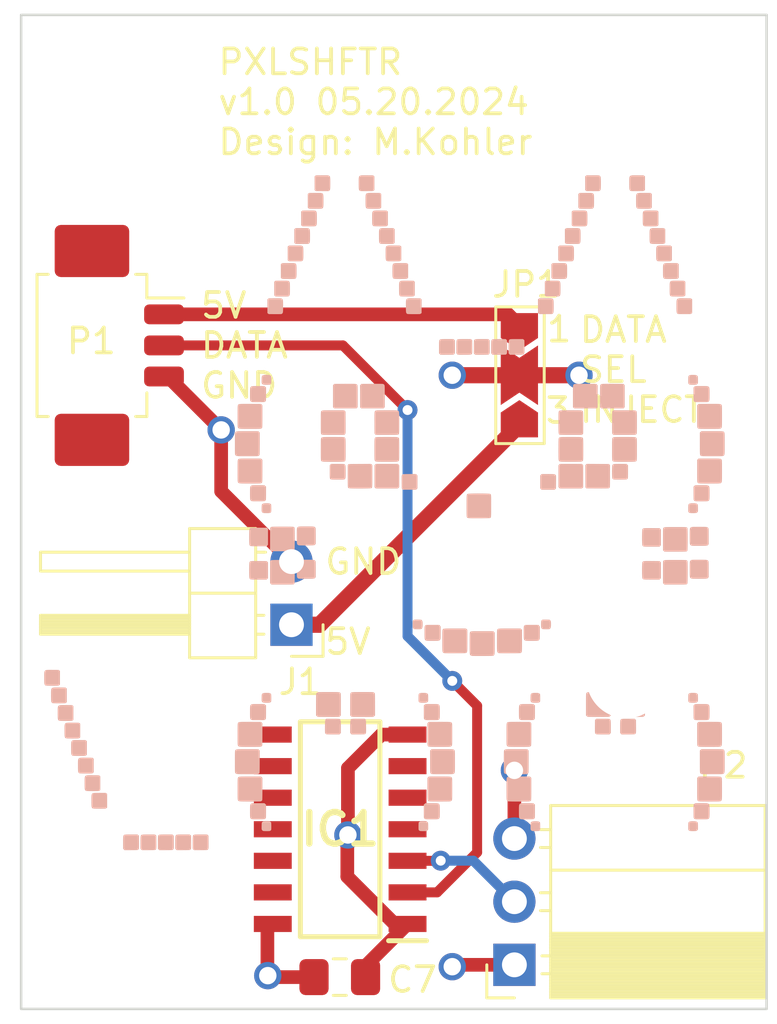
<source format=kicad_pcb>
(kicad_pcb (version 20221018) (generator pcbnew)
  (layers (0 "F.Cu" mixed) (1 "In1.Cu" mixed) (2 "In2.Cu" mixed) (31 "B.Cu" mixed) (34 "B.Paste" user) (35 "F.Paste" user) (36 "B.SilkS" user "B.Silkscreen") (37 "F.SilkS" user "F.Silkscreen") (38 "B.Mask" user) (39 "F.Mask" user) (44 "Edge.Cuts" user))
  (net 0 "")
  (net 2 "unconnected-(IC1-2A-Pad5)")
  (net 3 "/3V3_LED_01")
  (net 8 "unconnected-(IC1-4Y-Pad11)")
  (net 10 "unconnected-(IC1-4~{OE}-Pad13)")
  (net 11 "GND")
  (net 12 "+5V")
  (net 13 "/5V_LED_01")
  (net 14 "Net-(J1-Pin_1)")
  (net 15 "Net-(JP1-A)")
  (footprint "MountingHole:MountingHole_3.2mm_M3" (layer "F.Cu") (at 30.5 -5.7)
    (fp_text reference "H4" hide)
    (fp_text value "MountingHole")
    (pad "" np_thru_hole circle (at 0 0) (size 3.2 3.2) (drill 3.2) (layers "F&B.Cu" "*.Mask"))
  )
  (footprint "MountingHole:MountingHole_3.2mm_M3" (layer "F.Cu") (at 9.8 3.2)
    (fp_text reference "H3" hide)
    (fp_text value "MountingHole")
    (pad "" np_thru_hole circle (at 0 0) (size 3.2 3.2) (drill 3.2) (layers "F&B.Cu" "*.Mask"))
  )
  (footprint "KiCad:SOIC127P600X175-14N" (layer "F.Cu") (at 18.988 0.37 180)
    (fp_text reference "IC1" (at 0 0 180) (layer "F.SilkS") (effects (font (size 1.27 1.27) (thickness 0.254))))
    (fp_text value "SN74LV125ATDR" hide)
    (pad "1" smd rect (at -2.712 -3.81 270) (size 0.65 1.525) (layers "F.Cu" "F.Paste" "F.Mask") (net 11 "GND"))
    (pad "2" smd rect (at -2.712 -2.54 270) (size 0.65 1.525) (layers "F.Cu" "F.Paste" "F.Mask") (net 3 "/3V3_LED_01"))
    (pad "3" smd rect (at -2.712 -1.27 270) (size 0.65 1.525) (layers "F.Cu" "F.Paste" "F.Mask") (net 13 "/5V_LED_01"))
    (pad "4" smd rect (at -2.712 0 270) (size 0.65 1.525) (layers "F.Cu" "F.Paste" "F.Mask"))
    (pad "5" smd rect (at -2.712 1.27 270) (size 0.65 1.525) (layers "F.Cu" "F.Paste" "F.Mask") (net 2 "unconnected-(IC1-2A-Pad5)"))
    (pad "6" smd rect (at -2.712 2.54 270) (size 0.65 1.525) (layers "F.Cu" "F.Paste" "F.Mask"))
    (pad "7" smd rect (at -2.712 3.81 270) (size 0.65 1.525) (layers "F.Cu" "F.Paste" "F.Mask") (net 11 "GND"))
    (pad "8" smd rect (at 2.712 3.81 270) (size 0.65 1.525) (layers "F.Cu" "F.Paste" "F.Mask"))
    (pad "9" smd rect (at 2.712 2.54 270) (size 0.65 1.525) (layers "F.Cu" "F.Paste" "F.Mask"))
    (pad "10" smd rect (at 2.712 1.27 270) (size 0.65 1.525) (layers "F.Cu" "F.Paste" "F.Mask"))
    (pad "11" smd rect (at 2.712 0 270) (size 0.65 1.525) (layers "F.Cu" "F.Paste" "F.Mask") (net 8 "unconnected-(IC1-4Y-Pad11)"))
    (pad "12" smd rect (at 2.712 -1.27 270) (size 0.65 1.525) (layers "F.Cu" "F.Paste" "F.Mask"))
    (pad "13" smd rect (at 2.712 -2.54 270) (size 0.65 1.525) (layers "F.Cu" "F.Paste" "F.Mask") (net 10 "unconnected-(IC1-4~{OE}-Pad13)"))
    (pad "14" smd rect (at 2.712 -3.81 270) (size 0.65 1.525) (layers "F.Cu" "F.Paste" "F.Mask") (net 12 "+5V"))
  )
  (footprint "MountingHole:MountingHole_3.2mm_M3" (layer "F.Cu") (at 30.5 -28.9)
    (fp_text reference "H2" hide)
    (fp_text value "MountingHole")
    (pad "" np_thru_hole circle (at 0 0) (size 3.2 3.2) (drill 3.2) (layers "F&B.Cu" "*.Mask"))
  )
  (footprint "Connector_PinSocket_2.54mm:PinSocket_1x03_P2.54mm_Horizontal" (layer "F.Cu") (at 26 5.825 180)
    (fp_text reference "P2" (at -8.4 8.025 180) (layer "F.SilkS"))
    (fp_text value "LINK OUTPUT")
    (pad "1" thru_hole rect (at 0 0 180) (size 1.7 1.7) (drill 1) (layers "*.Cu" "*.Mask") (net 12 "+5V"))
    (pad "2" thru_hole oval (at 0 2.54 180) (size 1.7 1.7) (drill 1) (layers "*.Cu" "*.Mask") (net 13 "/5V_LED_01"))
    (pad "3" thru_hole oval (at 0 5.08 180) (size 1.7 1.7) (drill 1) (layers "*.Cu" "*.Mask") (net 11 "GND"))
  )
  (footprint "Connector_Molex:Molex_PicoBlade_53261-0371_1x03-1MP_P1.25mm_Horizontal" (layer "F.Cu") (at 9.5 -19.1 -90)
    (fp_text reference "P1" (at -0.175 0.525 -180) (layer "F.SilkS"))
    (fp_text value "MOLEX PICOBLADE 1.25")
    (pad "1" smd roundrect (at -1.25 -2.4 270) (size 0.8 1.6) (layers "F.Cu" "F.Paste" "F.Mask") (net 15 "Net-(JP1-A)"))
    (pad "2" smd roundrect (at 0 -2.4 270) (size 0.8 1.6) (layers "F.Cu" "F.Paste" "F.Mask") (net 3 "/3V3_LED_01"))
    (pad "3" smd roundrect (at 1.25 -2.4 270) (size 0.8 1.6) (layers "F.Cu" "F.Paste" "F.Mask") (net 11 "GND"))
    (pad "MP" smd roundrect (at -3.8 0.5 270) (size 2.1 3) (layers "F.Cu" "F.Paste" "F.Mask") (roundrect_rratio 0.1190480952))
    (pad "MP" smd roundrect (at 3.8 0.5 270) (size 2.1 3) (layers "F.Cu" "F.Paste" "F.Mask") (roundrect_rratio 0.1190480952))
  )
  (footprint "Jumper:SolderJumper-3_P2.0mm_Open_TrianglePad1.0x1.5mm_NumberLabels" (layer "F.Cu") (at 26.2 -17.9 -90)
    (fp_text reference "JP1" (at -3.65 -0.275) (layer "F.SilkS"))
    (fp_text value "PWR_SELECT")
    (fp_text user "1" (at -1.85 -1.6) (layer "F.SilkS"))
    (fp_text user "3" (at 1.425 -1.55) (layer "F.SilkS"))
    (pad "1" smd custom (at -2 0 270) (size 0.3 0.3) (layers "F.Cu" "F.Mask") (net 15 "Net-(JP1-A)") (options (clearance outline) (anchor rect)) (primitives (gr_poly (pts (xy 1 0) (xy 0.5 0.75) (xy -0.5 0.75) (xy -0.5 -0.75) (xy 0.5 -0.75)) (width 0) (fill yes))))
    (pad "2" smd custom (at 0 0 270) (size 0.3 0.3) (layers "F.Cu") (net 12 "+5V") (options (clearance outline) (anchor rect)) (primitives (gr_poly (pts (xy 0.7 0) (xy 1.2 0.75) (xy -1.2 0.75) (xy -0.7 0) (xy -1.2 -0.75) (xy 1.2 -0.75)) (width 0) (fill yes))))
    (pad "3" smd custom (at 2 0 90) (size 0.3 0.3) (layers "F.Cu" "F.Mask") (net 14 "Net-(J1-Pin_1)") (options (clearance outline) (anchor rect)) (primitives (gr_poly (pts (xy 1 0) (xy 0.5 0.75) (xy -0.5 0.75) (xy -0.5 -0.75) (xy 0.5 -0.75)) (width 0) (fill yes))))
  )
  (footprint "Capacitor_SMD:C_0805_2012Metric_Pad1.18x1.45mm_HandSolder" (layer "F.Cu") (at 18.9735 6.32)
    (fp_text reference "C7" (at 2.9275 0.105) (layer "F.SilkS"))
    (fp_text value "0.1uF")
    (pad "1" smd roundrect (at -1.0375 0) (size 1.175 1.45) (layers "F.Cu" "F.Paste" "F.Mask") (roundrect_rratio 0.2127659574) (net 12 "+5V"))
    (pad "2" smd roundrect (at 1.0375 0) (size 1.175 1.45) (layers "F.Cu" "F.Paste" "F.Mask") (roundrect_rratio 0.2127659574) (net 11 "GND"))
  )
  (footprint "Connector_PinHeader_2.54mm:PinHeader_1x02_P2.54mm_Horizontal" (layer "F.Cu") (at 17.03 -7.86 180)
    (fp_text reference "J1" (at -0.35 -2.3) (layer "F.SilkS"))
    (fp_text value "PWR_INJECT")
    (pad "1" thru_hole rect (at 0 0 180) (size 1.7 1.7) (drill 1) (layers "*.Cu" "*.Mask") (net 14 "Net-(J1-Pin_1)"))
    (pad "2" thru_hole oval (at 0 2.54 180) (size 1.7 1.7) (drill 1) (layers "*.Cu" "*.Mask") (net 11 "GND"))
  )
  (footprint "MountingHole:MountingHole_3.2mm_M3" (layer "F.Cu") (at 9.8 -28.9)
    (fp_text reference "H1" hide)
    (fp_text value "MountingHole")
    (pad "" np_thru_hole circle (at 0 0) (size 3.2 3.2) (drill 3.2) (layers "F&B.Cu" "*.Mask"))
  )
  (footprint "LOGO" (layer "B.Cu") (at 20.9 -13 180)
    (fp_text reference "G***" hide)
    (fp_text value "LOGO" hide)
  )
  (gr_rect (start 6.15 -32.4) (end 36.15 7.6) (stroke (width 0.1)) (fill none) (layer "Edge.Cuts"))
  (gr_text "GND\n\n5V\n" (at 18.3 -6.59) (layer "F.SilkS") (effects (font (size 1 1)) (justify left bottom)))
  (gr_text "PXLSHFTR\nv1.0 05.20.2024\nDesign: M.Kohler" (at 14 -26.7) (layer "F.SilkS") (effects (font (size 1 1)) (justify left bottom)))
  (gr_text "DATA\nSEL\nINJECT" (at 28.55 -15.925) (layer "F.SilkS") (effects (font (size 1 1)) (justify left bottom)))
  (gr_text "5V\nDATA\nGND" (at 13.3 -16.9) (layer "F.SilkS") (effects (font (size 1 1)) (justify left bottom)))
  (segment (start 21.73 -0.87) (end 21.7 -0.9) (width 0.25) (layer "F.Cu") (net 2))
  (segment (start 11.9 -19.1) (end 19.1 -19.1) (width 0.4) (layer "F.Cu") (net 3))
  (segment (start 24.5 -4.6) (end 24.5 1.3) (width 0.4) (layer "F.Cu") (net 3))
  (segment (start 19.1 -19.1) (end 21.7 -16.5) (width 0.4) (layer "F.Cu") (net 3))
  (segment (start 23.5 -5.6) (end 24.5 -4.6) (width 0.4) (layer "F.Cu") (net 3))
  (segment (start 24.5 1.3) (end 22.89 2.91) (width 0.4) (layer "F.Cu") (net 3))
  (segment (start 22.89 2.91) (end 21.7 2.91) (width 0.4) (layer "F.Cu") (net 3))
  (via (at 21.7 -16.5) (size 0.8) (drill 0.4) (layers "F.Cu" "B.Cu") (net 3))
  (via (at 23.5 -5.6) (size 0.8) (drill 0.4) (layers "F.Cu" "B.Cu") (net 3))
  (segment (start 21.7 -16.5) (end 21.7 -7.4) (width 0.4) (layer "B.Cu") (net 3))
  (segment (start 21.7 -7.4) (end 23.5 -5.6) (width 0.4) (layer "B.Cu") (net 3))
  (segment (start 16.276 0.37) (end 15.8385 0.37) (width 0.25) (layer "F.Cu") (net 8))
  (segment (start 16.7135 2.91) (end 16.276 2.91) (width 0.25) (layer "F.Cu") (net 10))
  (segment (start 17.03 -10.4) (end 17.18 -10.55) (width 0.25) (layer "F.Cu") (net 11))
  (segment (start 12.05 -17.85) (end 14.2 -15.7) (width 0.55) (layer "F.Cu") (net 11))
  (segment (start 19.276 0.435) (end 19.276 0.576) (width 0.25) (layer "F.Cu") (net 11))
  (segment (start 26 0.745) (end 26 -2) (width 0.55) (layer "F.Cu") (net 11))
  (segment (start 19.3 0.6) (end 19.276 0.624) (width 0.25) (layer "F.Cu") (net 11))
  (segment (start 19.276 0.624) (end 19.276 2.276) (width 0.55) (layer "F.Cu") (net 11))
  (segment (start 21.18 4.18) (end 21.7 4.18) (width 0.55) (layer "F.Cu") (net 11))
  (segment (start 20.011 6.32) (end 20.011 5.869) (width 0.25) (layer "F.Cu") (net 11))
  (segment (start 11.9 -17.85) (end 12.05 -17.85) (width 0.55) (layer "F.Cu") (net 11))
  (segment (start 19.301 -2.09) (end 19.301 0.41) (width 0.55) (layer "F.Cu") (net 11))
  (segment (start 20.011 5.869) (end 21.7 4.18) (width 0.55) (layer "F.Cu") (net 11))
  (segment (start 19.301 0.46) (end 19.276 0.435) (width 0.25) (layer "F.Cu") (net 11))
  (segment (start 14.2 -15.7) (end 14.2 -13.23) (width 0.55) (layer "F.Cu") (net 11))
  (segment (start 19.276 0.576) (end 19.3 0.6) (width 0.25) (layer "F.Cu") (net 11))
  (segment (start 19.276 2.276) (end 21.18 4.18) (width 0.55) (layer "F.Cu") (net 11))
  (segment (start 20.651 -3.44) (end 21.7 -3.44) (width 0.55) (layer "F.Cu") (net 11))
  (segment (start 14.2 -13.23) (end 17.03 -10.4) (width 0.55) (layer "F.Cu") (net 11))
  (segment (start 19.276 0.435) (end 19.301 0.41) (width 0.25) (layer "F.Cu") (net 11))
  (segment (start 20.651 -3.44) (end 19.301 -2.09) (width 0.55) (layer "F.Cu") (net 11))
  (via (at 14.2 -15.7) (size 1.1) (drill 0.7) (layers "F.Cu" "B.Cu") (net 11))
  (via (at 26 -2) (size 1.1) (drill 0.7) (layers "F.Cu" "B.Cu") (net 11))
  (via (at 19.3 0.6) (size 1.1) (drill 0.7) (layers "F.Cu" "B.Cu") (net 11))
  (segment (start 26.2 -17.9) (end 23.5 -17.9) (width 0.65) (layer "F.Cu") (net 12))
  (segment (start 16.061 4.395) (end 16.276 4.18) (width 0.55) (layer "F.Cu") (net 12))
  (segment (start 17.936 6.32) (end 17.936 5.84) (width 0.25) (layer "F.Cu") (net 12))
  (segment (start 26.2 -17.9) (end 28.6 -17.9) (width 0.65) (layer "F.Cu") (net 12))
  (segment (start 16.061 6.32) (end 16.076 6.335) (width 0.25) (layer "F.Cu") (net 12))
  (segment (start 17.936 6.32) (end 16.061 6.32) (width 0.55) (layer "F.Cu") (net 12))
  (segment (start 16.001 6.26) (end 16.026 6.285) (width 0.25) (layer "F.Cu") (net 12))
  (segment (start 16.076 6.26) (end 16.001 6.26) (width 0.25) (layer "F.Cu") (net 12))
  (segment (start 16.061 6.32) (end 16.061 4.395) (width 0.55) (layer "F.Cu") (net 12))
  (segment (start 23.575 5.825) (end 23.5 5.9) (width 0.55) (layer "F.Cu") (net 12))
  (segment (start 16.076 6.335) (end 16.076 6.26) (width 0.25) (layer "F.Cu") (net 12))
  (segment (start 26 5.825) (end 23.575 5.825) (width 0.55) (layer "F.Cu") (net 12))
  (via (at 16.076 6.26) (size 1.1) (drill 0.7) (layers "F.Cu" "B.Cu") (net 12))
  (via (at 23.5 -17.9) (size 1.1) (drill 0.7) (layers "F.Cu" "B.Cu") (net 12))
  (via (at 28.6 -17.9) (size 1.1) (drill 0.7) (layers "F.Cu" "B.Cu") (net 12))
  (via (at 23.5 5.9) (size 1.1) (drill 0.7) (layers "F.Cu" "B.Cu") (net 12))
  (segment (start 23.034668 1.634668) (end 23.029336 1.64) (width 0.4) (layer "F.Cu") (net 13))
  (segment (start 22.1375 1.64) (end 21.7 1.64) (width 0.25) (layer "F.Cu") (net 13))
  (segment (start 23.029336 1.64) (end 21.7 1.64) (width 0.4) (layer "F.Cu") (net 13))
  (via (at 23.034668 1.634668) (size 0.8) (drill 0.4) (layers "F.Cu" "B.Cu") (net 13))
  (segment (start 23.034668 1.634668) (end 24.349668 1.634668) (width 0.4) (layer "B.Cu") (net 13))
  (segment (start 24.349668 1.634668) (end 26 3.285) (width 0.4) (layer "B.Cu") (net 13))
  (segment (start 18.16 -7.86) (end 17.03 -7.86) (width 0.65) (layer "F.Cu") (net 14))
  (segment (start 17.03 -7.86) (end 17.18 -7.86) (width 0.25) (layer "F.Cu") (net 14))
  (segment (start 26.2 -15.9) (end 18.16 -7.86) (width 0.65) (layer "F.Cu") (net 14))
  (segment (start 11.9 -20.35) (end 25.75 -20.35) (width 0.55) (layer "F.Cu") (net 15))
  (segment (start 25.75 -20.35) (end 26.2 -19.9) (width 0.55) (layer "F.Cu") (net 15))
)
</source>
